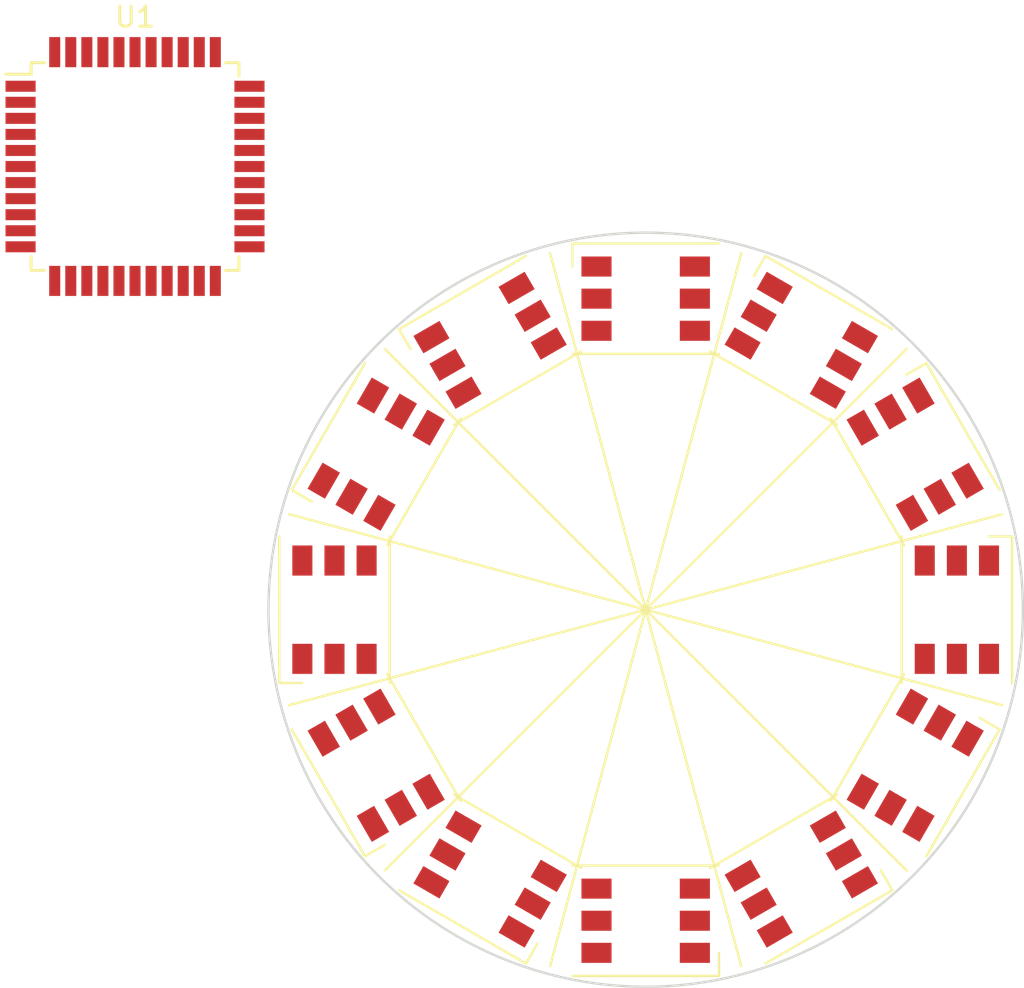
<source format=kicad_pcb>
(kicad_pcb (version 20171130) (host pcbnew "(5.1.2)-2")

  (general
    (thickness 1.6)
    (drawings 13)
    (tracks 0)
    (zones 0)
    (modules 13)
    (nets 10)
  )

  (page A4)
  (layers
    (0 F.Cu signal)
    (31 B.Cu signal)
    (32 B.Adhes user)
    (33 F.Adhes user)
    (34 B.Paste user)
    (35 F.Paste user)
    (36 B.SilkS user)
    (37 F.SilkS user)
    (38 B.Mask user)
    (39 F.Mask user)
    (40 Dwgs.User user)
    (41 Cmts.User user)
    (42 Eco1.User user)
    (43 Eco2.User user)
    (44 Edge.Cuts user)
    (45 Margin user)
    (46 B.CrtYd user)
    (47 F.CrtYd user)
    (48 B.Fab user)
    (49 F.Fab user)
  )

  (setup
    (last_trace_width 0.25)
    (trace_clearance 0.2)
    (zone_clearance 0.508)
    (zone_45_only no)
    (trace_min 0.2)
    (via_size 0.8)
    (via_drill 0.4)
    (via_min_size 0.4)
    (via_min_drill 0.3)
    (uvia_size 0.3)
    (uvia_drill 0.1)
    (uvias_allowed no)
    (uvia_min_size 0.2)
    (uvia_min_drill 0.1)
    (edge_width 0.05)
    (segment_width 0.2)
    (pcb_text_width 0.3)
    (pcb_text_size 1.5 1.5)
    (mod_edge_width 0.12)
    (mod_text_size 1 1)
    (mod_text_width 0.15)
    (pad_size 1.524 1.524)
    (pad_drill 0.762)
    (pad_to_mask_clearance 0.051)
    (solder_mask_min_width 0.25)
    (aux_axis_origin 0 0)
    (grid_origin 160 100)
    (visible_elements 7FFFFFFF)
    (pcbplotparams
      (layerselection 0x010fc_ffffffff)
      (usegerberextensions false)
      (usegerberattributes false)
      (usegerberadvancedattributes false)
      (creategerberjobfile false)
      (excludeedgelayer true)
      (linewidth 0.100000)
      (plotframeref false)
      (viasonmask false)
      (mode 1)
      (useauxorigin false)
      (hpglpennumber 1)
      (hpglpenspeed 20)
      (hpglpendiameter 15.000000)
      (psnegative false)
      (psa4output false)
      (plotreference true)
      (plotvalue true)
      (plotinvisibletext false)
      (padsonsilk false)
      (subtractmaskfromsilk false)
      (outputformat 1)
      (mirror false)
      (drillshape 1)
      (scaleselection 1)
      (outputdirectory ""))
  )

  (net 0 "")
  (net 1 "Net-(U1-Pad24)")
  (net 2 "Net-(U1-Pad15)")
  (net 3 "Net-(U1-Pad14)")
  (net 4 "Net-(D1-Pad4)")
  (net 5 "Net-(D1-Pad5)")
  (net 6 "Net-(D1-Pad6)")
  (net 7 "Net-(D1-Pad3)")
  (net 8 "Net-(D1-Pad2)")
  (net 9 "Net-(D1-Pad1)")

  (net_class Default "This is the default net class."
    (clearance 0.2)
    (trace_width 0.25)
    (via_dia 0.8)
    (via_drill 0.4)
    (uvia_dia 0.3)
    (uvia_drill 0.1)
    (add_net "Net-(D1-Pad1)")
    (add_net "Net-(D1-Pad2)")
    (add_net "Net-(D1-Pad3)")
    (add_net "Net-(D1-Pad4)")
    (add_net "Net-(D1-Pad5)")
    (add_net "Net-(D1-Pad6)")
    (add_net "Net-(U1-Pad1)")
    (add_net "Net-(U1-Pad10)")
    (add_net "Net-(U1-Pad11)")
    (add_net "Net-(U1-Pad12)")
    (add_net "Net-(U1-Pad13)")
    (add_net "Net-(U1-Pad14)")
    (add_net "Net-(U1-Pad15)")
    (add_net "Net-(U1-Pad16)")
    (add_net "Net-(U1-Pad17)")
    (add_net "Net-(U1-Pad18)")
    (add_net "Net-(U1-Pad19)")
    (add_net "Net-(U1-Pad2)")
    (add_net "Net-(U1-Pad20)")
    (add_net "Net-(U1-Pad21)")
    (add_net "Net-(U1-Pad22)")
    (add_net "Net-(U1-Pad24)")
    (add_net "Net-(U1-Pad25)")
    (add_net "Net-(U1-Pad26)")
    (add_net "Net-(U1-Pad27)")
    (add_net "Net-(U1-Pad28)")
    (add_net "Net-(U1-Pad29)")
    (add_net "Net-(U1-Pad3)")
    (add_net "Net-(U1-Pad30)")
    (add_net "Net-(U1-Pad31)")
    (add_net "Net-(U1-Pad32)")
    (add_net "Net-(U1-Pad33)")
    (add_net "Net-(U1-Pad36)")
    (add_net "Net-(U1-Pad37)")
    (add_net "Net-(U1-Pad38)")
    (add_net "Net-(U1-Pad39)")
    (add_net "Net-(U1-Pad4)")
    (add_net "Net-(U1-Pad40)")
    (add_net "Net-(U1-Pad41)")
    (add_net "Net-(U1-Pad42)")
    (add_net "Net-(U1-Pad5)")
    (add_net "Net-(U1-Pad6)")
    (add_net "Net-(U1-Pad7)")
    (add_net "Net-(U1-Pad8)")
    (add_net "Net-(U1-Pad9)")
  )

  (module LED_SMD:LED_WS2812_PLCC6_5.0x5.0mm_P1.6mm (layer F.Cu) (tedit 5AA4B296) (tstamp 5D1B8CFC)
    (at 167.75 86.576606 330)
    (descr https://cdn-shop.adafruit.com/datasheets/WS2812.pdf)
    (tags "LED RGB NeoPixel")
    (path /5D17DF8E)
    (attr smd)
    (fp_text reference D2 (at 0 -3.5 150) (layer F.SilkS) hide
      (effects (font (size 1 1) (thickness 0.15)))
    )
    (fp_text value WS2812 (at 0 4 150) (layer F.Fab) hide
      (effects (font (size 1 1) (thickness 0.15)))
    )
    (fp_text user %R (at 0 0 150) (layer F.Fab) hide
      (effects (font (size 0.8 0.8) (thickness 0.15)))
    )
    (fp_line (start 3.45 -2.75) (end -3.45 -2.75) (layer F.CrtYd) (width 0.05))
    (fp_line (start 3.45 2.75) (end 3.45 -2.75) (layer F.CrtYd) (width 0.05))
    (fp_line (start -3.45 2.75) (end 3.45 2.75) (layer F.CrtYd) (width 0.05))
    (fp_line (start -3.45 -2.75) (end -3.45 2.75) (layer F.CrtYd) (width 0.05))
    (fp_line (start -2.5 -1.5) (end -1.5 -2.5) (layer F.Fab) (width 0.1))
    (fp_line (start -2.5 -2.5) (end 2.5 -2.5) (layer F.Fab) (width 0.1))
    (fp_line (start 2.5 -2.5) (end 2.5 2.5) (layer F.Fab) (width 0.1))
    (fp_line (start 2.5 2.5) (end -2.5 2.5) (layer F.Fab) (width 0.1))
    (fp_line (start -2.5 2.5) (end -2.5 -2.5) (layer F.Fab) (width 0.1))
    (fp_line (start -3.65 2.75) (end 3.65 2.75) (layer F.SilkS) (width 0.12))
    (fp_line (start -3.65 -1.6) (end -3.65 -2.75) (layer F.SilkS) (width 0.12))
    (fp_line (start -3.65 -2.75) (end 3.65 -2.75) (layer F.SilkS) (width 0.12))
    (fp_circle (center 0 0) (end 0 -2) (layer F.Fab) (width 0.1))
    (pad 4 smd rect (at 2.45 1.6 330) (size 1.5 1) (layers F.Cu F.Paste F.Mask)
      (net 4 "Net-(D1-Pad4)"))
    (pad 5 smd rect (at 2.45 0 330) (size 1.5 1) (layers F.Cu F.Paste F.Mask)
      (net 5 "Net-(D1-Pad5)"))
    (pad 6 smd rect (at 2.45 -1.6 330) (size 1.5 1) (layers F.Cu F.Paste F.Mask)
      (net 6 "Net-(D1-Pad6)"))
    (pad 3 smd rect (at -2.45 1.6 330) (size 1.5 1) (layers F.Cu F.Paste F.Mask)
      (net 7 "Net-(D1-Pad3)"))
    (pad 2 smd rect (at -2.45 0 330) (size 1.5 1) (layers F.Cu F.Paste F.Mask)
      (net 8 "Net-(D1-Pad2)"))
    (pad 1 smd rect (at -2.45 -1.6 330) (size 1.5 1) (layers F.Cu F.Paste F.Mask)
      (net 9 "Net-(D1-Pad1)"))
    (model ${KISYS3DMOD}/LED_SMD.3dshapes/LED_WS2812_PLCC6_5.0x5.0mm_P1.6mm.wrl
      (at (xyz 0 0 0))
      (scale (xyz 1 1 1))
      (rotate (xyz 0 0 0))
    )
  )

  (module LED_SMD:LED_WS2812_PLCC6_5.0x5.0mm_P1.6mm (layer F.Cu) (tedit 5AA4B296) (tstamp 5D1B8CCE)
    (at 173.423394 92.25 300)
    (descr https://cdn-shop.adafruit.com/datasheets/WS2812.pdf)
    (tags "LED RGB NeoPixel")
    (path /5D17DF8E)
    (attr smd)
    (fp_text reference D3 (at 0 -3.5 120) (layer F.SilkS) hide
      (effects (font (size 1 1) (thickness 0.15)))
    )
    (fp_text value WS2812 (at 0 4 120) (layer F.Fab) hide
      (effects (font (size 1 1) (thickness 0.15)))
    )
    (fp_text user %R (at 0 0 120) (layer F.Fab) hide
      (effects (font (size 0.8 0.8) (thickness 0.15)))
    )
    (fp_line (start 3.45 -2.75) (end -3.45 -2.75) (layer F.CrtYd) (width 0.05))
    (fp_line (start 3.45 2.75) (end 3.45 -2.75) (layer F.CrtYd) (width 0.05))
    (fp_line (start -3.45 2.75) (end 3.45 2.75) (layer F.CrtYd) (width 0.05))
    (fp_line (start -3.45 -2.75) (end -3.45 2.75) (layer F.CrtYd) (width 0.05))
    (fp_line (start -2.5 -1.5) (end -1.5 -2.5) (layer F.Fab) (width 0.1))
    (fp_line (start -2.5 -2.5) (end 2.5 -2.5) (layer F.Fab) (width 0.1))
    (fp_line (start 2.5 -2.5) (end 2.5 2.5) (layer F.Fab) (width 0.1))
    (fp_line (start 2.5 2.5) (end -2.5 2.5) (layer F.Fab) (width 0.1))
    (fp_line (start -2.5 2.5) (end -2.5 -2.5) (layer F.Fab) (width 0.1))
    (fp_line (start -3.65 2.75) (end 3.65 2.75) (layer F.SilkS) (width 0.12))
    (fp_line (start -3.65 -1.6) (end -3.65 -2.75) (layer F.SilkS) (width 0.12))
    (fp_line (start -3.65 -2.75) (end 3.65 -2.75) (layer F.SilkS) (width 0.12))
    (fp_circle (center 0 0) (end 0 -2) (layer F.Fab) (width 0.1))
    (pad 4 smd rect (at 2.45 1.6 300) (size 1.5 1) (layers F.Cu F.Paste F.Mask)
      (net 4 "Net-(D1-Pad4)"))
    (pad 5 smd rect (at 2.45 0 300) (size 1.5 1) (layers F.Cu F.Paste F.Mask)
      (net 5 "Net-(D1-Pad5)"))
    (pad 6 smd rect (at 2.45 -1.6 300) (size 1.5 1) (layers F.Cu F.Paste F.Mask)
      (net 6 "Net-(D1-Pad6)"))
    (pad 3 smd rect (at -2.45 1.6 300) (size 1.5 1) (layers F.Cu F.Paste F.Mask)
      (net 7 "Net-(D1-Pad3)"))
    (pad 2 smd rect (at -2.45 0 300) (size 1.5 1) (layers F.Cu F.Paste F.Mask)
      (net 8 "Net-(D1-Pad2)"))
    (pad 1 smd rect (at -2.45 -1.6 300) (size 1.5 1) (layers F.Cu F.Paste F.Mask)
      (net 9 "Net-(D1-Pad1)"))
    (model ${KISYS3DMOD}/LED_SMD.3dshapes/LED_WS2812_PLCC6_5.0x5.0mm_P1.6mm.wrl
      (at (xyz 0 0 0))
      (scale (xyz 1 1 1))
      (rotate (xyz 0 0 0))
    )
  )

  (module LED_SMD:LED_WS2812_PLCC6_5.0x5.0mm_P1.6mm (layer F.Cu) (tedit 5AA4B296) (tstamp 5D1B8CA0)
    (at 175.5 100 270)
    (descr https://cdn-shop.adafruit.com/datasheets/WS2812.pdf)
    (tags "LED RGB NeoPixel")
    (path /5D17DF8E)
    (attr smd)
    (fp_text reference D4 (at 0 -3.5 90) (layer F.SilkS) hide
      (effects (font (size 1 1) (thickness 0.15)))
    )
    (fp_text value WS2812 (at 0 4 90) (layer F.Fab) hide
      (effects (font (size 1 1) (thickness 0.15)))
    )
    (fp_text user %R (at 0 0 90) (layer F.Fab) hide
      (effects (font (size 0.8 0.8) (thickness 0.15)))
    )
    (fp_line (start 3.45 -2.75) (end -3.45 -2.75) (layer F.CrtYd) (width 0.05))
    (fp_line (start 3.45 2.75) (end 3.45 -2.75) (layer F.CrtYd) (width 0.05))
    (fp_line (start -3.45 2.75) (end 3.45 2.75) (layer F.CrtYd) (width 0.05))
    (fp_line (start -3.45 -2.75) (end -3.45 2.75) (layer F.CrtYd) (width 0.05))
    (fp_line (start -2.5 -1.5) (end -1.5 -2.5) (layer F.Fab) (width 0.1))
    (fp_line (start -2.5 -2.5) (end 2.5 -2.5) (layer F.Fab) (width 0.1))
    (fp_line (start 2.5 -2.5) (end 2.5 2.5) (layer F.Fab) (width 0.1))
    (fp_line (start 2.5 2.5) (end -2.5 2.5) (layer F.Fab) (width 0.1))
    (fp_line (start -2.5 2.5) (end -2.5 -2.5) (layer F.Fab) (width 0.1))
    (fp_line (start -3.65 2.75) (end 3.65 2.75) (layer F.SilkS) (width 0.12))
    (fp_line (start -3.65 -1.6) (end -3.65 -2.75) (layer F.SilkS) (width 0.12))
    (fp_line (start -3.65 -2.75) (end 3.65 -2.75) (layer F.SilkS) (width 0.12))
    (fp_circle (center 0 0) (end 0 -2) (layer F.Fab) (width 0.1))
    (pad 4 smd rect (at 2.45 1.6 270) (size 1.5 1) (layers F.Cu F.Paste F.Mask)
      (net 4 "Net-(D1-Pad4)"))
    (pad 5 smd rect (at 2.45 0 270) (size 1.5 1) (layers F.Cu F.Paste F.Mask)
      (net 5 "Net-(D1-Pad5)"))
    (pad 6 smd rect (at 2.45 -1.6 270) (size 1.5 1) (layers F.Cu F.Paste F.Mask)
      (net 6 "Net-(D1-Pad6)"))
    (pad 3 smd rect (at -2.45 1.6 270) (size 1.5 1) (layers F.Cu F.Paste F.Mask)
      (net 7 "Net-(D1-Pad3)"))
    (pad 2 smd rect (at -2.45 0 270) (size 1.5 1) (layers F.Cu F.Paste F.Mask)
      (net 8 "Net-(D1-Pad2)"))
    (pad 1 smd rect (at -2.45 -1.6 270) (size 1.5 1) (layers F.Cu F.Paste F.Mask)
      (net 9 "Net-(D1-Pad1)"))
    (model ${KISYS3DMOD}/LED_SMD.3dshapes/LED_WS2812_PLCC6_5.0x5.0mm_P1.6mm.wrl
      (at (xyz 0 0 0))
      (scale (xyz 1 1 1))
      (rotate (xyz 0 0 0))
    )
  )

  (module LED_SMD:LED_WS2812_PLCC6_5.0x5.0mm_P1.6mm (layer F.Cu) (tedit 5AA4B296) (tstamp 5D1B8C72)
    (at 173.423394 107.75 240)
    (descr https://cdn-shop.adafruit.com/datasheets/WS2812.pdf)
    (tags "LED RGB NeoPixel")
    (path /5D17DF8E)
    (attr smd)
    (fp_text reference D5 (at 0 -3.5 60) (layer F.SilkS) hide
      (effects (font (size 1 1) (thickness 0.15)))
    )
    (fp_text value WS2812 (at 0 4 60) (layer F.Fab) hide
      (effects (font (size 1 1) (thickness 0.15)))
    )
    (fp_text user %R (at 0 0 60) (layer F.Fab) hide
      (effects (font (size 0.8 0.8) (thickness 0.15)))
    )
    (fp_line (start 3.45 -2.75) (end -3.45 -2.75) (layer F.CrtYd) (width 0.05))
    (fp_line (start 3.45 2.75) (end 3.45 -2.75) (layer F.CrtYd) (width 0.05))
    (fp_line (start -3.45 2.75) (end 3.45 2.75) (layer F.CrtYd) (width 0.05))
    (fp_line (start -3.45 -2.75) (end -3.45 2.75) (layer F.CrtYd) (width 0.05))
    (fp_line (start -2.5 -1.5) (end -1.5 -2.5) (layer F.Fab) (width 0.1))
    (fp_line (start -2.5 -2.5) (end 2.5 -2.5) (layer F.Fab) (width 0.1))
    (fp_line (start 2.5 -2.5) (end 2.5 2.5) (layer F.Fab) (width 0.1))
    (fp_line (start 2.5 2.5) (end -2.5 2.5) (layer F.Fab) (width 0.1))
    (fp_line (start -2.5 2.5) (end -2.5 -2.5) (layer F.Fab) (width 0.1))
    (fp_line (start -3.65 2.75) (end 3.65 2.75) (layer F.SilkS) (width 0.12))
    (fp_line (start -3.65 -1.6) (end -3.65 -2.75) (layer F.SilkS) (width 0.12))
    (fp_line (start -3.65 -2.75) (end 3.65 -2.75) (layer F.SilkS) (width 0.12))
    (fp_circle (center 0 0) (end 0 -2) (layer F.Fab) (width 0.1))
    (pad 4 smd rect (at 2.45 1.6 240) (size 1.5 1) (layers F.Cu F.Paste F.Mask)
      (net 4 "Net-(D1-Pad4)"))
    (pad 5 smd rect (at 2.45 0 240) (size 1.5 1) (layers F.Cu F.Paste F.Mask)
      (net 5 "Net-(D1-Pad5)"))
    (pad 6 smd rect (at 2.45 -1.6 240) (size 1.5 1) (layers F.Cu F.Paste F.Mask)
      (net 6 "Net-(D1-Pad6)"))
    (pad 3 smd rect (at -2.45 1.6 240) (size 1.5 1) (layers F.Cu F.Paste F.Mask)
      (net 7 "Net-(D1-Pad3)"))
    (pad 2 smd rect (at -2.45 0 240) (size 1.5 1) (layers F.Cu F.Paste F.Mask)
      (net 8 "Net-(D1-Pad2)"))
    (pad 1 smd rect (at -2.45 -1.6 240) (size 1.5 1) (layers F.Cu F.Paste F.Mask)
      (net 9 "Net-(D1-Pad1)"))
    (model ${KISYS3DMOD}/LED_SMD.3dshapes/LED_WS2812_PLCC6_5.0x5.0mm_P1.6mm.wrl
      (at (xyz 0 0 0))
      (scale (xyz 1 1 1))
      (rotate (xyz 0 0 0))
    )
  )

  (module LED_SMD:LED_WS2812_PLCC6_5.0x5.0mm_P1.6mm (layer F.Cu) (tedit 5AA4B296) (tstamp 5D1B8C44)
    (at 167.75 113.423394 210)
    (descr https://cdn-shop.adafruit.com/datasheets/WS2812.pdf)
    (tags "LED RGB NeoPixel")
    (path /5D17DF8E)
    (attr smd)
    (fp_text reference D6 (at 0 -3.5 30) (layer F.SilkS) hide
      (effects (font (size 1 1) (thickness 0.15)))
    )
    (fp_text value WS2812 (at 0 4 30) (layer F.Fab) hide
      (effects (font (size 1 1) (thickness 0.15)))
    )
    (fp_text user %R (at 0 0 30) (layer F.Fab) hide
      (effects (font (size 0.8 0.8) (thickness 0.15)))
    )
    (fp_line (start 3.45 -2.75) (end -3.45 -2.75) (layer F.CrtYd) (width 0.05))
    (fp_line (start 3.45 2.75) (end 3.45 -2.75) (layer F.CrtYd) (width 0.05))
    (fp_line (start -3.45 2.75) (end 3.45 2.75) (layer F.CrtYd) (width 0.05))
    (fp_line (start -3.45 -2.75) (end -3.45 2.75) (layer F.CrtYd) (width 0.05))
    (fp_line (start -2.5 -1.5) (end -1.5 -2.5) (layer F.Fab) (width 0.1))
    (fp_line (start -2.5 -2.5) (end 2.5 -2.5) (layer F.Fab) (width 0.1))
    (fp_line (start 2.5 -2.5) (end 2.5 2.5) (layer F.Fab) (width 0.1))
    (fp_line (start 2.5 2.5) (end -2.5 2.5) (layer F.Fab) (width 0.1))
    (fp_line (start -2.5 2.5) (end -2.5 -2.5) (layer F.Fab) (width 0.1))
    (fp_line (start -3.65 2.75) (end 3.65 2.75) (layer F.SilkS) (width 0.12))
    (fp_line (start -3.65 -1.6) (end -3.65 -2.75) (layer F.SilkS) (width 0.12))
    (fp_line (start -3.65 -2.75) (end 3.65 -2.75) (layer F.SilkS) (width 0.12))
    (fp_circle (center 0 0) (end 0 -2) (layer F.Fab) (width 0.1))
    (pad 4 smd rect (at 2.45 1.6 210) (size 1.5 1) (layers F.Cu F.Paste F.Mask)
      (net 4 "Net-(D1-Pad4)"))
    (pad 5 smd rect (at 2.45 0 210) (size 1.5 1) (layers F.Cu F.Paste F.Mask)
      (net 5 "Net-(D1-Pad5)"))
    (pad 6 smd rect (at 2.45 -1.6 210) (size 1.5 1) (layers F.Cu F.Paste F.Mask)
      (net 6 "Net-(D1-Pad6)"))
    (pad 3 smd rect (at -2.45 1.6 210) (size 1.5 1) (layers F.Cu F.Paste F.Mask)
      (net 7 "Net-(D1-Pad3)"))
    (pad 2 smd rect (at -2.45 0 210) (size 1.5 1) (layers F.Cu F.Paste F.Mask)
      (net 8 "Net-(D1-Pad2)"))
    (pad 1 smd rect (at -2.45 -1.6 210) (size 1.5 1) (layers F.Cu F.Paste F.Mask)
      (net 9 "Net-(D1-Pad1)"))
    (model ${KISYS3DMOD}/LED_SMD.3dshapes/LED_WS2812_PLCC6_5.0x5.0mm_P1.6mm.wrl
      (at (xyz 0 0 0))
      (scale (xyz 1 1 1))
      (rotate (xyz 0 0 0))
    )
  )

  (module LED_SMD:LED_WS2812_PLCC6_5.0x5.0mm_P1.6mm (layer F.Cu) (tedit 5AA4B296) (tstamp 5D1B8C16)
    (at 160 115.5 180)
    (descr https://cdn-shop.adafruit.com/datasheets/WS2812.pdf)
    (tags "LED RGB NeoPixel")
    (path /5D17DF8E)
    (attr smd)
    (fp_text reference D7 (at 0 -3.5) (layer F.SilkS) hide
      (effects (font (size 1 1) (thickness 0.15)))
    )
    (fp_text value WS2812 (at 0 4) (layer F.Fab) hide
      (effects (font (size 1 1) (thickness 0.15)))
    )
    (fp_text user %R (at 0 0) (layer F.Fab) hide
      (effects (font (size 0.8 0.8) (thickness 0.15)))
    )
    (fp_line (start 3.45 -2.75) (end -3.45 -2.75) (layer F.CrtYd) (width 0.05))
    (fp_line (start 3.45 2.75) (end 3.45 -2.75) (layer F.CrtYd) (width 0.05))
    (fp_line (start -3.45 2.75) (end 3.45 2.75) (layer F.CrtYd) (width 0.05))
    (fp_line (start -3.45 -2.75) (end -3.45 2.75) (layer F.CrtYd) (width 0.05))
    (fp_line (start -2.5 -1.5) (end -1.5 -2.5) (layer F.Fab) (width 0.1))
    (fp_line (start -2.5 -2.5) (end 2.5 -2.5) (layer F.Fab) (width 0.1))
    (fp_line (start 2.5 -2.5) (end 2.5 2.5) (layer F.Fab) (width 0.1))
    (fp_line (start 2.5 2.5) (end -2.5 2.5) (layer F.Fab) (width 0.1))
    (fp_line (start -2.5 2.5) (end -2.5 -2.5) (layer F.Fab) (width 0.1))
    (fp_line (start -3.65 2.75) (end 3.65 2.75) (layer F.SilkS) (width 0.12))
    (fp_line (start -3.65 -1.6) (end -3.65 -2.75) (layer F.SilkS) (width 0.12))
    (fp_line (start -3.65 -2.75) (end 3.65 -2.75) (layer F.SilkS) (width 0.12))
    (fp_circle (center 0 0) (end 0 -2) (layer F.Fab) (width 0.1))
    (pad 4 smd rect (at 2.45 1.6 180) (size 1.5 1) (layers F.Cu F.Paste F.Mask)
      (net 4 "Net-(D1-Pad4)"))
    (pad 5 smd rect (at 2.45 0 180) (size 1.5 1) (layers F.Cu F.Paste F.Mask)
      (net 5 "Net-(D1-Pad5)"))
    (pad 6 smd rect (at 2.45 -1.6 180) (size 1.5 1) (layers F.Cu F.Paste F.Mask)
      (net 6 "Net-(D1-Pad6)"))
    (pad 3 smd rect (at -2.45 1.6 180) (size 1.5 1) (layers F.Cu F.Paste F.Mask)
      (net 7 "Net-(D1-Pad3)"))
    (pad 2 smd rect (at -2.45 0 180) (size 1.5 1) (layers F.Cu F.Paste F.Mask)
      (net 8 "Net-(D1-Pad2)"))
    (pad 1 smd rect (at -2.45 -1.6 180) (size 1.5 1) (layers F.Cu F.Paste F.Mask)
      (net 9 "Net-(D1-Pad1)"))
    (model ${KISYS3DMOD}/LED_SMD.3dshapes/LED_WS2812_PLCC6_5.0x5.0mm_P1.6mm.wrl
      (at (xyz 0 0 0))
      (scale (xyz 1 1 1))
      (rotate (xyz 0 0 0))
    )
  )

  (module LED_SMD:LED_WS2812_PLCC6_5.0x5.0mm_P1.6mm (layer F.Cu) (tedit 5AA4B296) (tstamp 5D1B8BE8)
    (at 152.25 113.423394 150)
    (descr https://cdn-shop.adafruit.com/datasheets/WS2812.pdf)
    (tags "LED RGB NeoPixel")
    (path /5D17DF8E)
    (attr smd)
    (fp_text reference D8 (at 0 -3.5 150) (layer F.SilkS) hide
      (effects (font (size 1 1) (thickness 0.15)))
    )
    (fp_text value WS2812 (at 0 4 150) (layer F.Fab) hide
      (effects (font (size 1 1) (thickness 0.15)))
    )
    (fp_text user %R (at 0 0 150) (layer F.Fab) hide
      (effects (font (size 0.8 0.8) (thickness 0.15)))
    )
    (fp_line (start 3.45 -2.75) (end -3.45 -2.75) (layer F.CrtYd) (width 0.05))
    (fp_line (start 3.45 2.75) (end 3.45 -2.75) (layer F.CrtYd) (width 0.05))
    (fp_line (start -3.45 2.75) (end 3.45 2.75) (layer F.CrtYd) (width 0.05))
    (fp_line (start -3.45 -2.75) (end -3.45 2.75) (layer F.CrtYd) (width 0.05))
    (fp_line (start -2.5 -1.5) (end -1.5 -2.5) (layer F.Fab) (width 0.1))
    (fp_line (start -2.5 -2.5) (end 2.5 -2.5) (layer F.Fab) (width 0.1))
    (fp_line (start 2.5 -2.5) (end 2.5 2.5) (layer F.Fab) (width 0.1))
    (fp_line (start 2.5 2.5) (end -2.5 2.5) (layer F.Fab) (width 0.1))
    (fp_line (start -2.5 2.5) (end -2.5 -2.5) (layer F.Fab) (width 0.1))
    (fp_line (start -3.65 2.75) (end 3.65 2.75) (layer F.SilkS) (width 0.12))
    (fp_line (start -3.65 -1.6) (end -3.65 -2.75) (layer F.SilkS) (width 0.12))
    (fp_line (start -3.65 -2.75) (end 3.65 -2.75) (layer F.SilkS) (width 0.12))
    (fp_circle (center 0 0) (end 0 -2) (layer F.Fab) (width 0.1))
    (pad 4 smd rect (at 2.45 1.6 150) (size 1.5 1) (layers F.Cu F.Paste F.Mask)
      (net 4 "Net-(D1-Pad4)"))
    (pad 5 smd rect (at 2.45 0 150) (size 1.5 1) (layers F.Cu F.Paste F.Mask)
      (net 5 "Net-(D1-Pad5)"))
    (pad 6 smd rect (at 2.45 -1.6 150) (size 1.5 1) (layers F.Cu F.Paste F.Mask)
      (net 6 "Net-(D1-Pad6)"))
    (pad 3 smd rect (at -2.45 1.6 150) (size 1.5 1) (layers F.Cu F.Paste F.Mask)
      (net 7 "Net-(D1-Pad3)"))
    (pad 2 smd rect (at -2.45 0 150) (size 1.5 1) (layers F.Cu F.Paste F.Mask)
      (net 8 "Net-(D1-Pad2)"))
    (pad 1 smd rect (at -2.45 -1.6 150) (size 1.5 1) (layers F.Cu F.Paste F.Mask)
      (net 9 "Net-(D1-Pad1)"))
    (model ${KISYS3DMOD}/LED_SMD.3dshapes/LED_WS2812_PLCC6_5.0x5.0mm_P1.6mm.wrl
      (at (xyz 0 0 0))
      (scale (xyz 1 1 1))
      (rotate (xyz 0 0 0))
    )
  )

  (module LED_SMD:LED_WS2812_PLCC6_5.0x5.0mm_P1.6mm (layer F.Cu) (tedit 5AA4B296) (tstamp 5D1B8BBA)
    (at 146.576606 107.75 120)
    (descr https://cdn-shop.adafruit.com/datasheets/WS2812.pdf)
    (tags "LED RGB NeoPixel")
    (path /5D17DF8E)
    (attr smd)
    (fp_text reference D9 (at 0 -3.5 120) (layer F.SilkS) hide
      (effects (font (size 1 1) (thickness 0.15)))
    )
    (fp_text value WS2812 (at 0 4 120) (layer F.Fab) hide
      (effects (font (size 1 1) (thickness 0.15)))
    )
    (fp_text user %R (at 0 0 120) (layer F.Fab) hide
      (effects (font (size 0.8 0.8) (thickness 0.15)))
    )
    (fp_line (start 3.45 -2.75) (end -3.45 -2.75) (layer F.CrtYd) (width 0.05))
    (fp_line (start 3.45 2.75) (end 3.45 -2.75) (layer F.CrtYd) (width 0.05))
    (fp_line (start -3.45 2.75) (end 3.45 2.75) (layer F.CrtYd) (width 0.05))
    (fp_line (start -3.45 -2.75) (end -3.45 2.75) (layer F.CrtYd) (width 0.05))
    (fp_line (start -2.5 -1.5) (end -1.5 -2.5) (layer F.Fab) (width 0.1))
    (fp_line (start -2.5 -2.5) (end 2.5 -2.5) (layer F.Fab) (width 0.1))
    (fp_line (start 2.5 -2.5) (end 2.5 2.5) (layer F.Fab) (width 0.1))
    (fp_line (start 2.5 2.5) (end -2.5 2.5) (layer F.Fab) (width 0.1))
    (fp_line (start -2.5 2.5) (end -2.5 -2.5) (layer F.Fab) (width 0.1))
    (fp_line (start -3.65 2.75) (end 3.65 2.75) (layer F.SilkS) (width 0.12))
    (fp_line (start -3.65 -1.6) (end -3.65 -2.75) (layer F.SilkS) (width 0.12))
    (fp_line (start -3.65 -2.75) (end 3.65 -2.75) (layer F.SilkS) (width 0.12))
    (fp_circle (center 0 0) (end 0 -2) (layer F.Fab) (width 0.1))
    (pad 4 smd rect (at 2.45 1.6 120) (size 1.5 1) (layers F.Cu F.Paste F.Mask)
      (net 4 "Net-(D1-Pad4)"))
    (pad 5 smd rect (at 2.45 0 120) (size 1.5 1) (layers F.Cu F.Paste F.Mask)
      (net 5 "Net-(D1-Pad5)"))
    (pad 6 smd rect (at 2.45 -1.6 120) (size 1.5 1) (layers F.Cu F.Paste F.Mask)
      (net 6 "Net-(D1-Pad6)"))
    (pad 3 smd rect (at -2.45 1.6 120) (size 1.5 1) (layers F.Cu F.Paste F.Mask)
      (net 7 "Net-(D1-Pad3)"))
    (pad 2 smd rect (at -2.45 0 120) (size 1.5 1) (layers F.Cu F.Paste F.Mask)
      (net 8 "Net-(D1-Pad2)"))
    (pad 1 smd rect (at -2.45 -1.6 120) (size 1.5 1) (layers F.Cu F.Paste F.Mask)
      (net 9 "Net-(D1-Pad1)"))
    (model ${KISYS3DMOD}/LED_SMD.3dshapes/LED_WS2812_PLCC6_5.0x5.0mm_P1.6mm.wrl
      (at (xyz 0 0 0))
      (scale (xyz 1 1 1))
      (rotate (xyz 0 0 0))
    )
  )

  (module LED_SMD:LED_WS2812_PLCC6_5.0x5.0mm_P1.6mm (layer F.Cu) (tedit 5AA4B296) (tstamp 5D1B8B8C)
    (at 144.5 100 90)
    (descr https://cdn-shop.adafruit.com/datasheets/WS2812.pdf)
    (tags "LED RGB NeoPixel")
    (path /5D17DF8E)
    (attr smd)
    (fp_text reference D10 (at 0 -3.5 90) (layer F.SilkS) hide
      (effects (font (size 1 1) (thickness 0.15)))
    )
    (fp_text value WS2812 (at 0 4 90) (layer F.Fab) hide
      (effects (font (size 1 1) (thickness 0.15)))
    )
    (fp_text user %R (at 0 0 90) (layer F.Fab) hide
      (effects (font (size 0.8 0.8) (thickness 0.15)))
    )
    (fp_line (start 3.45 -2.75) (end -3.45 -2.75) (layer F.CrtYd) (width 0.05))
    (fp_line (start 3.45 2.75) (end 3.45 -2.75) (layer F.CrtYd) (width 0.05))
    (fp_line (start -3.45 2.75) (end 3.45 2.75) (layer F.CrtYd) (width 0.05))
    (fp_line (start -3.45 -2.75) (end -3.45 2.75) (layer F.CrtYd) (width 0.05))
    (fp_line (start -2.5 -1.5) (end -1.5 -2.5) (layer F.Fab) (width 0.1))
    (fp_line (start -2.5 -2.5) (end 2.5 -2.5) (layer F.Fab) (width 0.1))
    (fp_line (start 2.5 -2.5) (end 2.5 2.5) (layer F.Fab) (width 0.1))
    (fp_line (start 2.5 2.5) (end -2.5 2.5) (layer F.Fab) (width 0.1))
    (fp_line (start -2.5 2.5) (end -2.5 -2.5) (layer F.Fab) (width 0.1))
    (fp_line (start -3.65 2.75) (end 3.65 2.75) (layer F.SilkS) (width 0.12))
    (fp_line (start -3.65 -1.6) (end -3.65 -2.75) (layer F.SilkS) (width 0.12))
    (fp_line (start -3.65 -2.75) (end 3.65 -2.75) (layer F.SilkS) (width 0.12))
    (fp_circle (center 0 0) (end 0 -2) (layer F.Fab) (width 0.1))
    (pad 4 smd rect (at 2.45 1.6 90) (size 1.5 1) (layers F.Cu F.Paste F.Mask)
      (net 4 "Net-(D1-Pad4)"))
    (pad 5 smd rect (at 2.45 0 90) (size 1.5 1) (layers F.Cu F.Paste F.Mask)
      (net 5 "Net-(D1-Pad5)"))
    (pad 6 smd rect (at 2.45 -1.6 90) (size 1.5 1) (layers F.Cu F.Paste F.Mask)
      (net 6 "Net-(D1-Pad6)"))
    (pad 3 smd rect (at -2.45 1.6 90) (size 1.5 1) (layers F.Cu F.Paste F.Mask)
      (net 7 "Net-(D1-Pad3)"))
    (pad 2 smd rect (at -2.45 0 90) (size 1.5 1) (layers F.Cu F.Paste F.Mask)
      (net 8 "Net-(D1-Pad2)"))
    (pad 1 smd rect (at -2.45 -1.6 90) (size 1.5 1) (layers F.Cu F.Paste F.Mask)
      (net 9 "Net-(D1-Pad1)"))
    (model ${KISYS3DMOD}/LED_SMD.3dshapes/LED_WS2812_PLCC6_5.0x5.0mm_P1.6mm.wrl
      (at (xyz 0 0 0))
      (scale (xyz 1 1 1))
      (rotate (xyz 0 0 0))
    )
  )

  (module LED_SMD:LED_WS2812_PLCC6_5.0x5.0mm_P1.6mm (layer F.Cu) (tedit 5AA4B296) (tstamp 5D1B8B5E)
    (at 146.576606 92.25 60)
    (descr https://cdn-shop.adafruit.com/datasheets/WS2812.pdf)
    (tags "LED RGB NeoPixel")
    (path /5D17DF8E)
    (attr smd)
    (fp_text reference D11 (at 0 -3.5 60) (layer F.SilkS) hide
      (effects (font (size 1 1) (thickness 0.15)))
    )
    (fp_text value WS2812 (at 0 4 60) (layer F.Fab) hide
      (effects (font (size 1 1) (thickness 0.15)))
    )
    (fp_text user %R (at 0 0 60) (layer F.Fab) hide
      (effects (font (size 0.8 0.8) (thickness 0.15)))
    )
    (fp_line (start 3.45 -2.75) (end -3.45 -2.75) (layer F.CrtYd) (width 0.05))
    (fp_line (start 3.45 2.75) (end 3.45 -2.75) (layer F.CrtYd) (width 0.05))
    (fp_line (start -3.45 2.75) (end 3.45 2.75) (layer F.CrtYd) (width 0.05))
    (fp_line (start -3.45 -2.75) (end -3.45 2.75) (layer F.CrtYd) (width 0.05))
    (fp_line (start -2.5 -1.5) (end -1.5 -2.5) (layer F.Fab) (width 0.1))
    (fp_line (start -2.5 -2.5) (end 2.5 -2.5) (layer F.Fab) (width 0.1))
    (fp_line (start 2.5 -2.5) (end 2.5 2.5) (layer F.Fab) (width 0.1))
    (fp_line (start 2.5 2.5) (end -2.5 2.5) (layer F.Fab) (width 0.1))
    (fp_line (start -2.5 2.5) (end -2.5 -2.5) (layer F.Fab) (width 0.1))
    (fp_line (start -3.65 2.75) (end 3.65 2.75) (layer F.SilkS) (width 0.12))
    (fp_line (start -3.65 -1.6) (end -3.65 -2.75) (layer F.SilkS) (width 0.12))
    (fp_line (start -3.65 -2.75) (end 3.65 -2.75) (layer F.SilkS) (width 0.12))
    (fp_circle (center 0 0) (end 0 -2) (layer F.Fab) (width 0.1))
    (pad 4 smd rect (at 2.45 1.6 60) (size 1.5 1) (layers F.Cu F.Paste F.Mask)
      (net 4 "Net-(D1-Pad4)"))
    (pad 5 smd rect (at 2.45 0 60) (size 1.5 1) (layers F.Cu F.Paste F.Mask)
      (net 5 "Net-(D1-Pad5)"))
    (pad 6 smd rect (at 2.45 -1.6 60) (size 1.5 1) (layers F.Cu F.Paste F.Mask)
      (net 6 "Net-(D1-Pad6)"))
    (pad 3 smd rect (at -2.45 1.6 60) (size 1.5 1) (layers F.Cu F.Paste F.Mask)
      (net 7 "Net-(D1-Pad3)"))
    (pad 2 smd rect (at -2.45 0 60) (size 1.5 1) (layers F.Cu F.Paste F.Mask)
      (net 8 "Net-(D1-Pad2)"))
    (pad 1 smd rect (at -2.45 -1.6 60) (size 1.5 1) (layers F.Cu F.Paste F.Mask)
      (net 9 "Net-(D1-Pad1)"))
    (model ${KISYS3DMOD}/LED_SMD.3dshapes/LED_WS2812_PLCC6_5.0x5.0mm_P1.6mm.wrl
      (at (xyz 0 0 0))
      (scale (xyz 1 1 1))
      (rotate (xyz 0 0 0))
    )
  )

  (module LED_SMD:LED_WS2812_PLCC6_5.0x5.0mm_P1.6mm (layer F.Cu) (tedit 5AA4B296) (tstamp 5D1B8B30)
    (at 152.25 86.576606 30)
    (descr https://cdn-shop.adafruit.com/datasheets/WS2812.pdf)
    (tags "LED RGB NeoPixel")
    (path /5D17DF8E)
    (attr smd)
    (fp_text reference D12 (at 0 -3.5 30) (layer F.SilkS) hide
      (effects (font (size 1 1) (thickness 0.15)))
    )
    (fp_text value WS2812 (at 0 4 30) (layer F.Fab) hide
      (effects (font (size 1 1) (thickness 0.15)))
    )
    (fp_text user %R (at 0 0 30) (layer F.Fab) hide
      (effects (font (size 0.8 0.8) (thickness 0.15)))
    )
    (fp_line (start 3.45 -2.75) (end -3.45 -2.75) (layer F.CrtYd) (width 0.05))
    (fp_line (start 3.45 2.75) (end 3.45 -2.75) (layer F.CrtYd) (width 0.05))
    (fp_line (start -3.45 2.75) (end 3.45 2.75) (layer F.CrtYd) (width 0.05))
    (fp_line (start -3.45 -2.75) (end -3.45 2.75) (layer F.CrtYd) (width 0.05))
    (fp_line (start -2.5 -1.5) (end -1.5 -2.5) (layer F.Fab) (width 0.1))
    (fp_line (start -2.5 -2.5) (end 2.5 -2.5) (layer F.Fab) (width 0.1))
    (fp_line (start 2.5 -2.5) (end 2.5 2.5) (layer F.Fab) (width 0.1))
    (fp_line (start 2.5 2.5) (end -2.5 2.5) (layer F.Fab) (width 0.1))
    (fp_line (start -2.5 2.5) (end -2.5 -2.5) (layer F.Fab) (width 0.1))
    (fp_line (start -3.65 2.75) (end 3.65 2.75) (layer F.SilkS) (width 0.12))
    (fp_line (start -3.65 -1.6) (end -3.65 -2.75) (layer F.SilkS) (width 0.12))
    (fp_line (start -3.65 -2.75) (end 3.65 -2.75) (layer F.SilkS) (width 0.12))
    (fp_circle (center 0 0) (end 0 -2) (layer F.Fab) (width 0.1))
    (pad 4 smd rect (at 2.45 1.6 30) (size 1.5 1) (layers F.Cu F.Paste F.Mask)
      (net 4 "Net-(D1-Pad4)"))
    (pad 5 smd rect (at 2.45 0 30) (size 1.5 1) (layers F.Cu F.Paste F.Mask)
      (net 5 "Net-(D1-Pad5)"))
    (pad 6 smd rect (at 2.45 -1.6 30) (size 1.5 1) (layers F.Cu F.Paste F.Mask)
      (net 6 "Net-(D1-Pad6)"))
    (pad 3 smd rect (at -2.45 1.6 30) (size 1.5 1) (layers F.Cu F.Paste F.Mask)
      (net 7 "Net-(D1-Pad3)"))
    (pad 2 smd rect (at -2.45 0 30) (size 1.5 1) (layers F.Cu F.Paste F.Mask)
      (net 8 "Net-(D1-Pad2)"))
    (pad 1 smd rect (at -2.45 -1.6 30) (size 1.5 1) (layers F.Cu F.Paste F.Mask)
      (net 9 "Net-(D1-Pad1)"))
    (model ${KISYS3DMOD}/LED_SMD.3dshapes/LED_WS2812_PLCC6_5.0x5.0mm_P1.6mm.wrl
      (at (xyz 0 0 0))
      (scale (xyz 1 1 1))
      (rotate (xyz 0 0 0))
    )
  )

  (module Package_QFP:TQFP-44_10x10mm_P0.8mm (layer F.Cu) (tedit 5A02F146) (tstamp 5D17BE0A)
    (at 134.565 77.915)
    (descr "44-Lead Plastic Thin Quad Flatpack (PT) - 10x10x1.0 mm Body [TQFP] (see Microchip Packaging Specification 00000049BS.pdf)")
    (tags "QFP 0.8")
    (path /5D17FF3D)
    (attr smd)
    (fp_text reference U1 (at 0 -7.45) (layer F.SilkS)
      (effects (font (size 1 1) (thickness 0.15)))
    )
    (fp_text value ATmega32U4-AU (at 0 7.45) (layer F.Fab)
      (effects (font (size 1 1) (thickness 0.15)))
    )
    (fp_line (start -5.175 -4.6) (end -6.45 -4.6) (layer F.SilkS) (width 0.15))
    (fp_line (start 5.175 -5.175) (end 4.5 -5.175) (layer F.SilkS) (width 0.15))
    (fp_line (start 5.175 5.175) (end 4.5 5.175) (layer F.SilkS) (width 0.15))
    (fp_line (start -5.175 5.175) (end -4.5 5.175) (layer F.SilkS) (width 0.15))
    (fp_line (start -5.175 -5.175) (end -4.5 -5.175) (layer F.SilkS) (width 0.15))
    (fp_line (start -5.175 5.175) (end -5.175 4.5) (layer F.SilkS) (width 0.15))
    (fp_line (start 5.175 5.175) (end 5.175 4.5) (layer F.SilkS) (width 0.15))
    (fp_line (start 5.175 -5.175) (end 5.175 -4.5) (layer F.SilkS) (width 0.15))
    (fp_line (start -5.175 -5.175) (end -5.175 -4.6) (layer F.SilkS) (width 0.15))
    (fp_line (start -6.7 6.7) (end 6.7 6.7) (layer F.CrtYd) (width 0.05))
    (fp_line (start -6.7 -6.7) (end 6.7 -6.7) (layer F.CrtYd) (width 0.05))
    (fp_line (start 6.7 -6.7) (end 6.7 6.7) (layer F.CrtYd) (width 0.05))
    (fp_line (start -6.7 -6.7) (end -6.7 6.7) (layer F.CrtYd) (width 0.05))
    (fp_line (start -5 -4) (end -4 -5) (layer F.Fab) (width 0.15))
    (fp_line (start -5 5) (end -5 -4) (layer F.Fab) (width 0.15))
    (fp_line (start 5 5) (end -5 5) (layer F.Fab) (width 0.15))
    (fp_line (start 5 -5) (end 5 5) (layer F.Fab) (width 0.15))
    (fp_line (start -4 -5) (end 5 -5) (layer F.Fab) (width 0.15))
    (fp_text user %R (at 0 0) (layer F.Fab)
      (effects (font (size 1 1) (thickness 0.15)))
    )
    (pad 44 smd rect (at -4 -5.7 90) (size 1.5 0.55) (layers F.Cu F.Paste F.Mask)
      (net 1 "Net-(U1-Pad24)"))
    (pad 43 smd rect (at -3.2 -5.7 90) (size 1.5 0.55) (layers F.Cu F.Paste F.Mask)
      (net 2 "Net-(U1-Pad15)"))
    (pad 42 smd rect (at -2.4 -5.7 90) (size 1.5 0.55) (layers F.Cu F.Paste F.Mask))
    (pad 41 smd rect (at -1.6 -5.7 90) (size 1.5 0.55) (layers F.Cu F.Paste F.Mask))
    (pad 40 smd rect (at -0.8 -5.7 90) (size 1.5 0.55) (layers F.Cu F.Paste F.Mask))
    (pad 39 smd rect (at 0 -5.7 90) (size 1.5 0.55) (layers F.Cu F.Paste F.Mask))
    (pad 38 smd rect (at 0.8 -5.7 90) (size 1.5 0.55) (layers F.Cu F.Paste F.Mask))
    (pad 37 smd rect (at 1.6 -5.7 90) (size 1.5 0.55) (layers F.Cu F.Paste F.Mask))
    (pad 36 smd rect (at 2.4 -5.7 90) (size 1.5 0.55) (layers F.Cu F.Paste F.Mask))
    (pad 35 smd rect (at 3.2 -5.7 90) (size 1.5 0.55) (layers F.Cu F.Paste F.Mask)
      (net 2 "Net-(U1-Pad15)"))
    (pad 34 smd rect (at 4 -5.7 90) (size 1.5 0.55) (layers F.Cu F.Paste F.Mask)
      (net 3 "Net-(U1-Pad14)"))
    (pad 33 smd rect (at 5.7 -4) (size 1.5 0.55) (layers F.Cu F.Paste F.Mask))
    (pad 32 smd rect (at 5.7 -3.2) (size 1.5 0.55) (layers F.Cu F.Paste F.Mask))
    (pad 31 smd rect (at 5.7 -2.4) (size 1.5 0.55) (layers F.Cu F.Paste F.Mask))
    (pad 30 smd rect (at 5.7 -1.6) (size 1.5 0.55) (layers F.Cu F.Paste F.Mask))
    (pad 29 smd rect (at 5.7 -0.8) (size 1.5 0.55) (layers F.Cu F.Paste F.Mask))
    (pad 28 smd rect (at 5.7 0) (size 1.5 0.55) (layers F.Cu F.Paste F.Mask))
    (pad 27 smd rect (at 5.7 0.8) (size 1.5 0.55) (layers F.Cu F.Paste F.Mask))
    (pad 26 smd rect (at 5.7 1.6) (size 1.5 0.55) (layers F.Cu F.Paste F.Mask))
    (pad 25 smd rect (at 5.7 2.4) (size 1.5 0.55) (layers F.Cu F.Paste F.Mask))
    (pad 24 smd rect (at 5.7 3.2) (size 1.5 0.55) (layers F.Cu F.Paste F.Mask)
      (net 1 "Net-(U1-Pad24)"))
    (pad 23 smd rect (at 5.7 4) (size 1.5 0.55) (layers F.Cu F.Paste F.Mask)
      (net 2 "Net-(U1-Pad15)"))
    (pad 22 smd rect (at 4 5.7 90) (size 1.5 0.55) (layers F.Cu F.Paste F.Mask))
    (pad 21 smd rect (at 3.2 5.7 90) (size 1.5 0.55) (layers F.Cu F.Paste F.Mask))
    (pad 20 smd rect (at 2.4 5.7 90) (size 1.5 0.55) (layers F.Cu F.Paste F.Mask))
    (pad 19 smd rect (at 1.6 5.7 90) (size 1.5 0.55) (layers F.Cu F.Paste F.Mask))
    (pad 18 smd rect (at 0.8 5.7 90) (size 1.5 0.55) (layers F.Cu F.Paste F.Mask))
    (pad 17 smd rect (at 0 5.7 90) (size 1.5 0.55) (layers F.Cu F.Paste F.Mask))
    (pad 16 smd rect (at -0.8 5.7 90) (size 1.5 0.55) (layers F.Cu F.Paste F.Mask))
    (pad 15 smd rect (at -1.6 5.7 90) (size 1.5 0.55) (layers F.Cu F.Paste F.Mask)
      (net 2 "Net-(U1-Pad15)"))
    (pad 14 smd rect (at -2.4 5.7 90) (size 1.5 0.55) (layers F.Cu F.Paste F.Mask)
      (net 3 "Net-(U1-Pad14)"))
    (pad 13 smd rect (at -3.2 5.7 90) (size 1.5 0.55) (layers F.Cu F.Paste F.Mask))
    (pad 12 smd rect (at -4 5.7 90) (size 1.5 0.55) (layers F.Cu F.Paste F.Mask))
    (pad 11 smd rect (at -5.7 4) (size 1.5 0.55) (layers F.Cu F.Paste F.Mask))
    (pad 10 smd rect (at -5.7 3.2) (size 1.5 0.55) (layers F.Cu F.Paste F.Mask))
    (pad 9 smd rect (at -5.7 2.4) (size 1.5 0.55) (layers F.Cu F.Paste F.Mask))
    (pad 8 smd rect (at -5.7 1.6) (size 1.5 0.55) (layers F.Cu F.Paste F.Mask))
    (pad 7 smd rect (at -5.7 0.8) (size 1.5 0.55) (layers F.Cu F.Paste F.Mask))
    (pad 6 smd rect (at -5.7 0) (size 1.5 0.55) (layers F.Cu F.Paste F.Mask))
    (pad 5 smd rect (at -5.7 -0.8) (size 1.5 0.55) (layers F.Cu F.Paste F.Mask))
    (pad 4 smd rect (at -5.7 -1.6) (size 1.5 0.55) (layers F.Cu F.Paste F.Mask))
    (pad 3 smd rect (at -5.7 -2.4) (size 1.5 0.55) (layers F.Cu F.Paste F.Mask))
    (pad 2 smd rect (at -5.7 -3.2) (size 1.5 0.55) (layers F.Cu F.Paste F.Mask))
    (pad 1 smd rect (at -5.7 -4) (size 1.5 0.55) (layers F.Cu F.Paste F.Mask))
    (model ${KISYS3DMOD}/Package_QFP.3dshapes/TQFP-44_10x10mm_P0.8mm.wrl
      (at (xyz 0 0 0))
      (scale (xyz 1 1 1))
      (rotate (xyz 0 0 0))
    )
  )

  (module LED_SMD:LED_WS2812_PLCC6_5.0x5.0mm_P1.6mm (layer F.Cu) (tedit 5AA4B296) (tstamp 5D17BDC7)
    (at 160 84.5)
    (descr https://cdn-shop.adafruit.com/datasheets/WS2812.pdf)
    (tags "LED RGB NeoPixel")
    (path /5D17DF8E)
    (attr smd)
    (fp_text reference D1 (at 0 -3.5) (layer F.SilkS) hide
      (effects (font (size 1 1) (thickness 0.15)))
    )
    (fp_text value WS2812 (at 0 4) (layer F.Fab) hide
      (effects (font (size 1 1) (thickness 0.15)))
    )
    (fp_circle (center 0 0) (end 0 -2) (layer F.Fab) (width 0.1))
    (fp_line (start -3.65 -2.75) (end 3.65 -2.75) (layer F.SilkS) (width 0.12))
    (fp_line (start -3.65 -1.6) (end -3.65 -2.75) (layer F.SilkS) (width 0.12))
    (fp_line (start -3.65 2.75) (end 3.65 2.75) (layer F.SilkS) (width 0.12))
    (fp_line (start -2.5 2.5) (end -2.5 -2.5) (layer F.Fab) (width 0.1))
    (fp_line (start 2.5 2.5) (end -2.5 2.5) (layer F.Fab) (width 0.1))
    (fp_line (start 2.5 -2.5) (end 2.5 2.5) (layer F.Fab) (width 0.1))
    (fp_line (start -2.5 -2.5) (end 2.5 -2.5) (layer F.Fab) (width 0.1))
    (fp_line (start -2.5 -1.5) (end -1.5 -2.5) (layer F.Fab) (width 0.1))
    (fp_line (start -3.45 -2.75) (end -3.45 2.75) (layer F.CrtYd) (width 0.05))
    (fp_line (start -3.45 2.75) (end 3.45 2.75) (layer F.CrtYd) (width 0.05))
    (fp_line (start 3.45 2.75) (end 3.45 -2.75) (layer F.CrtYd) (width 0.05))
    (fp_line (start 3.45 -2.75) (end -3.45 -2.75) (layer F.CrtYd) (width 0.05))
    (fp_text user %R (at 0 0) (layer F.Fab) hide
      (effects (font (size 0.8 0.8) (thickness 0.15)))
    )
    (pad 1 smd rect (at -2.45 -1.6) (size 1.5 1) (layers F.Cu F.Paste F.Mask)
      (net 9 "Net-(D1-Pad1)"))
    (pad 2 smd rect (at -2.45 0) (size 1.5 1) (layers F.Cu F.Paste F.Mask)
      (net 8 "Net-(D1-Pad2)"))
    (pad 3 smd rect (at -2.45 1.6) (size 1.5 1) (layers F.Cu F.Paste F.Mask)
      (net 7 "Net-(D1-Pad3)"))
    (pad 6 smd rect (at 2.45 -1.6) (size 1.5 1) (layers F.Cu F.Paste F.Mask)
      (net 6 "Net-(D1-Pad6)"))
    (pad 5 smd rect (at 2.45 0) (size 1.5 1) (layers F.Cu F.Paste F.Mask)
      (net 5 "Net-(D1-Pad5)"))
    (pad 4 smd rect (at 2.45 1.6) (size 1.5 1) (layers F.Cu F.Paste F.Mask)
      (net 4 "Net-(D1-Pad4)"))
    (model ${KISYS3DMOD}/LED_SMD.3dshapes/LED_WS2812_PLCC6_5.0x5.0mm_P1.6mm.wrl
      (at (xyz 0 0 0))
      (scale (xyz 1 1 1))
      (rotate (xyz 0 0 0))
    )
  )

  (gr_line (start 160 100) (end 155.24167 82.24167) (layer F.SilkS) (width 0.12) (tstamp 5D1B8D66))
  (gr_line (start 160 100) (end 164.75833 82.24167) (layer F.SilkS) (width 0.12) (tstamp 5D1B8D64))
  (gr_line (start 160 100) (end 173 87) (layer F.SilkS) (width 0.12) (tstamp 5D1B8D62))
  (gr_line (start 160 100) (end 177.75833 95.24167) (layer F.SilkS) (width 0.12) (tstamp 5D1B8D60))
  (gr_line (start 160 100) (end 177.75833 104.75833) (layer F.SilkS) (width 0.12) (tstamp 5D1B8D5E))
  (gr_line (start 160 100) (end 173 113) (layer F.SilkS) (width 0.12) (tstamp 5D1B8D5C))
  (gr_line (start 160 100) (end 164.75833 117.75833) (layer F.SilkS) (width 0.12) (tstamp 5D1B8D5A))
  (gr_line (start 160 100) (end 155.24167 117.75833) (layer F.SilkS) (width 0.12) (tstamp 5D1B8D58))
  (gr_line (start 160 100) (end 147 113) (layer F.SilkS) (width 0.12) (tstamp 5D1B8D56))
  (gr_line (start 160 100) (end 142.24167 104.75833) (layer F.SilkS) (width 0.12) (tstamp 5D1B8D54))
  (gr_line (start 160 100) (end 142.24167 95.24167) (layer F.SilkS) (width 0.12) (tstamp 5D1B8D52))
  (gr_line (start 160 100) (end 147 87) (layer F.SilkS) (width 0.12))
  (gr_circle (center 160 100) (end 178.788294 100) (layer Edge.Cuts) (width 0.12))

)

</source>
